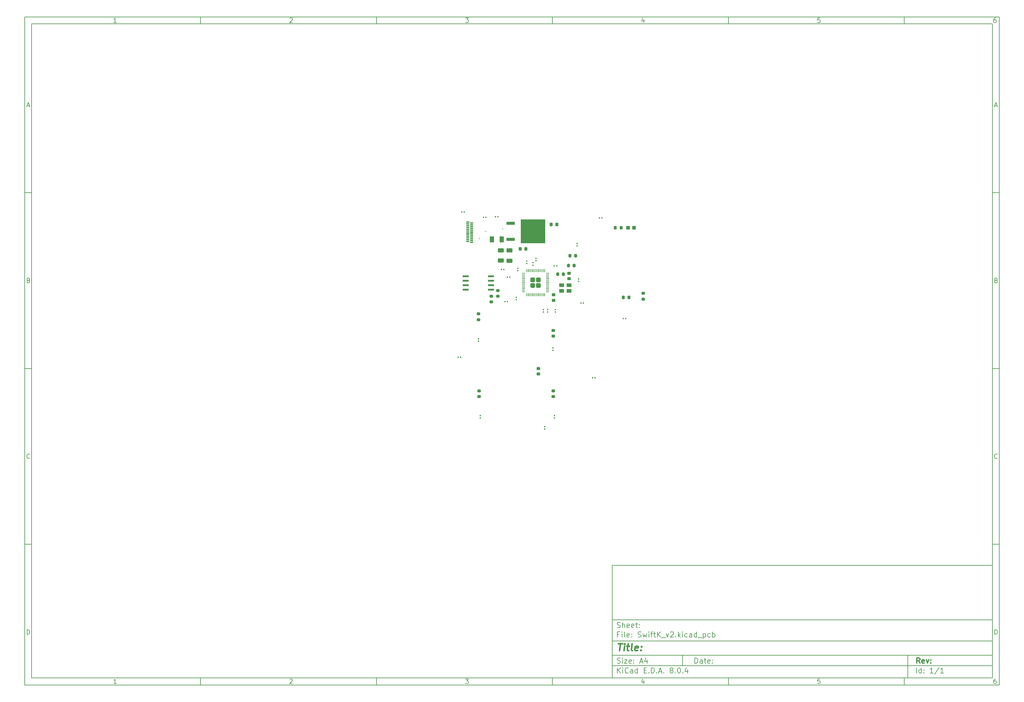
<source format=gbr>
%TF.GenerationSoftware,KiCad,Pcbnew,8.0.4*%
%TF.CreationDate,2024-11-11T17:23:57+08:00*%
%TF.ProjectId,SwiftK_v2,53776966-744b-45f7-9632-2e6b69636164,rev?*%
%TF.SameCoordinates,Original*%
%TF.FileFunction,Paste,Top*%
%TF.FilePolarity,Positive*%
%FSLAX46Y46*%
G04 Gerber Fmt 4.6, Leading zero omitted, Abs format (unit mm)*
G04 Created by KiCad (PCBNEW 8.0.4) date 2024-11-11 17:23:57*
%MOMM*%
%LPD*%
G01*
G04 APERTURE LIST*
G04 Aperture macros list*
%AMRoundRect*
0 Rectangle with rounded corners*
0 $1 Rounding radius*
0 $2 $3 $4 $5 $6 $7 $8 $9 X,Y pos of 4 corners*
0 Add a 4 corners polygon primitive as box body*
4,1,4,$2,$3,$4,$5,$6,$7,$8,$9,$2,$3,0*
0 Add four circle primitives for the rounded corners*
1,1,$1+$1,$2,$3*
1,1,$1+$1,$4,$5*
1,1,$1+$1,$6,$7*
1,1,$1+$1,$8,$9*
0 Add four rect primitives between the rounded corners*
20,1,$1+$1,$2,$3,$4,$5,0*
20,1,$1+$1,$4,$5,$6,$7,0*
20,1,$1+$1,$6,$7,$8,$9,0*
20,1,$1+$1,$8,$9,$2,$3,0*%
G04 Aperture macros list end*
%ADD10C,0.100000*%
%ADD11C,0.150000*%
%ADD12C,0.300000*%
%ADD13C,0.400000*%
%ADD14RoundRect,0.225000X-0.225000X-0.250000X0.225000X-0.250000X0.225000X0.250000X-0.225000X0.250000X0*%
%ADD15RoundRect,0.200000X0.200000X0.275000X-0.200000X0.275000X-0.200000X-0.275000X0.200000X-0.275000X0*%
%ADD16RoundRect,0.079500X-0.079500X-0.100500X0.079500X-0.100500X0.079500X0.100500X-0.079500X0.100500X0*%
%ADD17RoundRect,0.079500X0.079500X0.100500X-0.079500X0.100500X-0.079500X-0.100500X0.079500X-0.100500X0*%
%ADD18R,0.127000X0.228600*%
%ADD19RoundRect,0.249999X0.395001X-0.395001X0.395001X0.395001X-0.395001X0.395001X-0.395001X-0.395001X0*%
%ADD20RoundRect,0.050000X0.050000X-0.387500X0.050000X0.387500X-0.050000X0.387500X-0.050000X-0.387500X0*%
%ADD21RoundRect,0.050000X0.387500X-0.050000X0.387500X0.050000X-0.387500X0.050000X-0.387500X-0.050000X0*%
%ADD22RoundRect,0.200000X0.275000X-0.200000X0.275000X0.200000X-0.275000X0.200000X-0.275000X-0.200000X0*%
%ADD23RoundRect,0.225000X0.225000X0.250000X-0.225000X0.250000X-0.225000X-0.250000X0.225000X-0.250000X0*%
%ADD24RoundRect,0.200000X-0.275000X0.200000X-0.275000X-0.200000X0.275000X-0.200000X0.275000X0.200000X0*%
%ADD25RoundRect,0.079500X-0.100500X0.079500X-0.100500X-0.079500X0.100500X-0.079500X0.100500X0.079500X0*%
%ADD26R,0.228600X0.127000*%
%ADD27RoundRect,0.079500X0.100500X-0.079500X0.100500X0.079500X-0.100500X0.079500X-0.100500X-0.079500X0*%
%ADD28RoundRect,0.072500X0.732500X0.217500X-0.732500X0.217500X-0.732500X-0.217500X0.732500X-0.217500X0*%
%ADD29R,1.400000X1.100000*%
%ADD30RoundRect,0.250000X-0.625000X0.312500X-0.625000X-0.312500X0.625000X-0.312500X0.625000X0.312500X0*%
%ADD31RoundRect,0.200000X-0.200000X-0.275000X0.200000X-0.275000X0.200000X0.275000X-0.200000X0.275000X0*%
%ADD32R,1.100000X1.000000*%
%ADD33R,2.489200X0.939800*%
%ADD34R,6.934200X6.781800*%
%ADD35RoundRect,0.250000X-0.375000X-0.625000X0.375000X-0.625000X0.375000X0.625000X-0.375000X0.625000X0*%
%ADD36RoundRect,0.225000X0.250000X-0.225000X0.250000X0.225000X-0.250000X0.225000X-0.250000X-0.225000X0*%
%ADD37R,0.950000X0.300000*%
%ADD38RoundRect,0.225000X-0.250000X0.225000X-0.250000X-0.225000X0.250000X-0.225000X0.250000X0.225000X0*%
G04 APERTURE END LIST*
D10*
D11*
X177002200Y-166007200D02*
X285002200Y-166007200D01*
X285002200Y-198007200D01*
X177002200Y-198007200D01*
X177002200Y-166007200D01*
D10*
D11*
X10000000Y-10000000D02*
X287002200Y-10000000D01*
X287002200Y-200007200D01*
X10000000Y-200007200D01*
X10000000Y-10000000D01*
D10*
D11*
X12000000Y-12000000D02*
X285002200Y-12000000D01*
X285002200Y-198007200D01*
X12000000Y-198007200D01*
X12000000Y-12000000D01*
D10*
D11*
X60000000Y-12000000D02*
X60000000Y-10000000D01*
D10*
D11*
X110000000Y-12000000D02*
X110000000Y-10000000D01*
D10*
D11*
X160000000Y-12000000D02*
X160000000Y-10000000D01*
D10*
D11*
X210000000Y-12000000D02*
X210000000Y-10000000D01*
D10*
D11*
X260000000Y-12000000D02*
X260000000Y-10000000D01*
D10*
D11*
X36089160Y-11593604D02*
X35346303Y-11593604D01*
X35717731Y-11593604D02*
X35717731Y-10293604D01*
X35717731Y-10293604D02*
X35593922Y-10479319D01*
X35593922Y-10479319D02*
X35470112Y-10603128D01*
X35470112Y-10603128D02*
X35346303Y-10665033D01*
D10*
D11*
X85346303Y-10417414D02*
X85408207Y-10355509D01*
X85408207Y-10355509D02*
X85532017Y-10293604D01*
X85532017Y-10293604D02*
X85841541Y-10293604D01*
X85841541Y-10293604D02*
X85965350Y-10355509D01*
X85965350Y-10355509D02*
X86027255Y-10417414D01*
X86027255Y-10417414D02*
X86089160Y-10541223D01*
X86089160Y-10541223D02*
X86089160Y-10665033D01*
X86089160Y-10665033D02*
X86027255Y-10850747D01*
X86027255Y-10850747D02*
X85284398Y-11593604D01*
X85284398Y-11593604D02*
X86089160Y-11593604D01*
D10*
D11*
X135284398Y-10293604D02*
X136089160Y-10293604D01*
X136089160Y-10293604D02*
X135655826Y-10788842D01*
X135655826Y-10788842D02*
X135841541Y-10788842D01*
X135841541Y-10788842D02*
X135965350Y-10850747D01*
X135965350Y-10850747D02*
X136027255Y-10912652D01*
X136027255Y-10912652D02*
X136089160Y-11036461D01*
X136089160Y-11036461D02*
X136089160Y-11345985D01*
X136089160Y-11345985D02*
X136027255Y-11469795D01*
X136027255Y-11469795D02*
X135965350Y-11531700D01*
X135965350Y-11531700D02*
X135841541Y-11593604D01*
X135841541Y-11593604D02*
X135470112Y-11593604D01*
X135470112Y-11593604D02*
X135346303Y-11531700D01*
X135346303Y-11531700D02*
X135284398Y-11469795D01*
D10*
D11*
X185965350Y-10726938D02*
X185965350Y-11593604D01*
X185655826Y-10231700D02*
X185346303Y-11160271D01*
X185346303Y-11160271D02*
X186151064Y-11160271D01*
D10*
D11*
X236027255Y-10293604D02*
X235408207Y-10293604D01*
X235408207Y-10293604D02*
X235346303Y-10912652D01*
X235346303Y-10912652D02*
X235408207Y-10850747D01*
X235408207Y-10850747D02*
X235532017Y-10788842D01*
X235532017Y-10788842D02*
X235841541Y-10788842D01*
X235841541Y-10788842D02*
X235965350Y-10850747D01*
X235965350Y-10850747D02*
X236027255Y-10912652D01*
X236027255Y-10912652D02*
X236089160Y-11036461D01*
X236089160Y-11036461D02*
X236089160Y-11345985D01*
X236089160Y-11345985D02*
X236027255Y-11469795D01*
X236027255Y-11469795D02*
X235965350Y-11531700D01*
X235965350Y-11531700D02*
X235841541Y-11593604D01*
X235841541Y-11593604D02*
X235532017Y-11593604D01*
X235532017Y-11593604D02*
X235408207Y-11531700D01*
X235408207Y-11531700D02*
X235346303Y-11469795D01*
D10*
D11*
X285965350Y-10293604D02*
X285717731Y-10293604D01*
X285717731Y-10293604D02*
X285593922Y-10355509D01*
X285593922Y-10355509D02*
X285532017Y-10417414D01*
X285532017Y-10417414D02*
X285408207Y-10603128D01*
X285408207Y-10603128D02*
X285346303Y-10850747D01*
X285346303Y-10850747D02*
X285346303Y-11345985D01*
X285346303Y-11345985D02*
X285408207Y-11469795D01*
X285408207Y-11469795D02*
X285470112Y-11531700D01*
X285470112Y-11531700D02*
X285593922Y-11593604D01*
X285593922Y-11593604D02*
X285841541Y-11593604D01*
X285841541Y-11593604D02*
X285965350Y-11531700D01*
X285965350Y-11531700D02*
X286027255Y-11469795D01*
X286027255Y-11469795D02*
X286089160Y-11345985D01*
X286089160Y-11345985D02*
X286089160Y-11036461D01*
X286089160Y-11036461D02*
X286027255Y-10912652D01*
X286027255Y-10912652D02*
X285965350Y-10850747D01*
X285965350Y-10850747D02*
X285841541Y-10788842D01*
X285841541Y-10788842D02*
X285593922Y-10788842D01*
X285593922Y-10788842D02*
X285470112Y-10850747D01*
X285470112Y-10850747D02*
X285408207Y-10912652D01*
X285408207Y-10912652D02*
X285346303Y-11036461D01*
D10*
D11*
X60000000Y-198007200D02*
X60000000Y-200007200D01*
D10*
D11*
X110000000Y-198007200D02*
X110000000Y-200007200D01*
D10*
D11*
X160000000Y-198007200D02*
X160000000Y-200007200D01*
D10*
D11*
X210000000Y-198007200D02*
X210000000Y-200007200D01*
D10*
D11*
X260000000Y-198007200D02*
X260000000Y-200007200D01*
D10*
D11*
X36089160Y-199600804D02*
X35346303Y-199600804D01*
X35717731Y-199600804D02*
X35717731Y-198300804D01*
X35717731Y-198300804D02*
X35593922Y-198486519D01*
X35593922Y-198486519D02*
X35470112Y-198610328D01*
X35470112Y-198610328D02*
X35346303Y-198672233D01*
D10*
D11*
X85346303Y-198424614D02*
X85408207Y-198362709D01*
X85408207Y-198362709D02*
X85532017Y-198300804D01*
X85532017Y-198300804D02*
X85841541Y-198300804D01*
X85841541Y-198300804D02*
X85965350Y-198362709D01*
X85965350Y-198362709D02*
X86027255Y-198424614D01*
X86027255Y-198424614D02*
X86089160Y-198548423D01*
X86089160Y-198548423D02*
X86089160Y-198672233D01*
X86089160Y-198672233D02*
X86027255Y-198857947D01*
X86027255Y-198857947D02*
X85284398Y-199600804D01*
X85284398Y-199600804D02*
X86089160Y-199600804D01*
D10*
D11*
X135284398Y-198300804D02*
X136089160Y-198300804D01*
X136089160Y-198300804D02*
X135655826Y-198796042D01*
X135655826Y-198796042D02*
X135841541Y-198796042D01*
X135841541Y-198796042D02*
X135965350Y-198857947D01*
X135965350Y-198857947D02*
X136027255Y-198919852D01*
X136027255Y-198919852D02*
X136089160Y-199043661D01*
X136089160Y-199043661D02*
X136089160Y-199353185D01*
X136089160Y-199353185D02*
X136027255Y-199476995D01*
X136027255Y-199476995D02*
X135965350Y-199538900D01*
X135965350Y-199538900D02*
X135841541Y-199600804D01*
X135841541Y-199600804D02*
X135470112Y-199600804D01*
X135470112Y-199600804D02*
X135346303Y-199538900D01*
X135346303Y-199538900D02*
X135284398Y-199476995D01*
D10*
D11*
X185965350Y-198734138D02*
X185965350Y-199600804D01*
X185655826Y-198238900D02*
X185346303Y-199167471D01*
X185346303Y-199167471D02*
X186151064Y-199167471D01*
D10*
D11*
X236027255Y-198300804D02*
X235408207Y-198300804D01*
X235408207Y-198300804D02*
X235346303Y-198919852D01*
X235346303Y-198919852D02*
X235408207Y-198857947D01*
X235408207Y-198857947D02*
X235532017Y-198796042D01*
X235532017Y-198796042D02*
X235841541Y-198796042D01*
X235841541Y-198796042D02*
X235965350Y-198857947D01*
X235965350Y-198857947D02*
X236027255Y-198919852D01*
X236027255Y-198919852D02*
X236089160Y-199043661D01*
X236089160Y-199043661D02*
X236089160Y-199353185D01*
X236089160Y-199353185D02*
X236027255Y-199476995D01*
X236027255Y-199476995D02*
X235965350Y-199538900D01*
X235965350Y-199538900D02*
X235841541Y-199600804D01*
X235841541Y-199600804D02*
X235532017Y-199600804D01*
X235532017Y-199600804D02*
X235408207Y-199538900D01*
X235408207Y-199538900D02*
X235346303Y-199476995D01*
D10*
D11*
X285965350Y-198300804D02*
X285717731Y-198300804D01*
X285717731Y-198300804D02*
X285593922Y-198362709D01*
X285593922Y-198362709D02*
X285532017Y-198424614D01*
X285532017Y-198424614D02*
X285408207Y-198610328D01*
X285408207Y-198610328D02*
X285346303Y-198857947D01*
X285346303Y-198857947D02*
X285346303Y-199353185D01*
X285346303Y-199353185D02*
X285408207Y-199476995D01*
X285408207Y-199476995D02*
X285470112Y-199538900D01*
X285470112Y-199538900D02*
X285593922Y-199600804D01*
X285593922Y-199600804D02*
X285841541Y-199600804D01*
X285841541Y-199600804D02*
X285965350Y-199538900D01*
X285965350Y-199538900D02*
X286027255Y-199476995D01*
X286027255Y-199476995D02*
X286089160Y-199353185D01*
X286089160Y-199353185D02*
X286089160Y-199043661D01*
X286089160Y-199043661D02*
X286027255Y-198919852D01*
X286027255Y-198919852D02*
X285965350Y-198857947D01*
X285965350Y-198857947D02*
X285841541Y-198796042D01*
X285841541Y-198796042D02*
X285593922Y-198796042D01*
X285593922Y-198796042D02*
X285470112Y-198857947D01*
X285470112Y-198857947D02*
X285408207Y-198919852D01*
X285408207Y-198919852D02*
X285346303Y-199043661D01*
D10*
D11*
X10000000Y-60000000D02*
X12000000Y-60000000D01*
D10*
D11*
X10000000Y-110000000D02*
X12000000Y-110000000D01*
D10*
D11*
X10000000Y-160000000D02*
X12000000Y-160000000D01*
D10*
D11*
X10690476Y-35222176D02*
X11309523Y-35222176D01*
X10566666Y-35593604D02*
X10999999Y-34293604D01*
X10999999Y-34293604D02*
X11433333Y-35593604D01*
D10*
D11*
X11092857Y-84912652D02*
X11278571Y-84974557D01*
X11278571Y-84974557D02*
X11340476Y-85036461D01*
X11340476Y-85036461D02*
X11402380Y-85160271D01*
X11402380Y-85160271D02*
X11402380Y-85345985D01*
X11402380Y-85345985D02*
X11340476Y-85469795D01*
X11340476Y-85469795D02*
X11278571Y-85531700D01*
X11278571Y-85531700D02*
X11154761Y-85593604D01*
X11154761Y-85593604D02*
X10659523Y-85593604D01*
X10659523Y-85593604D02*
X10659523Y-84293604D01*
X10659523Y-84293604D02*
X11092857Y-84293604D01*
X11092857Y-84293604D02*
X11216666Y-84355509D01*
X11216666Y-84355509D02*
X11278571Y-84417414D01*
X11278571Y-84417414D02*
X11340476Y-84541223D01*
X11340476Y-84541223D02*
X11340476Y-84665033D01*
X11340476Y-84665033D02*
X11278571Y-84788842D01*
X11278571Y-84788842D02*
X11216666Y-84850747D01*
X11216666Y-84850747D02*
X11092857Y-84912652D01*
X11092857Y-84912652D02*
X10659523Y-84912652D01*
D10*
D11*
X11402380Y-135469795D02*
X11340476Y-135531700D01*
X11340476Y-135531700D02*
X11154761Y-135593604D01*
X11154761Y-135593604D02*
X11030952Y-135593604D01*
X11030952Y-135593604D02*
X10845238Y-135531700D01*
X10845238Y-135531700D02*
X10721428Y-135407890D01*
X10721428Y-135407890D02*
X10659523Y-135284080D01*
X10659523Y-135284080D02*
X10597619Y-135036461D01*
X10597619Y-135036461D02*
X10597619Y-134850747D01*
X10597619Y-134850747D02*
X10659523Y-134603128D01*
X10659523Y-134603128D02*
X10721428Y-134479319D01*
X10721428Y-134479319D02*
X10845238Y-134355509D01*
X10845238Y-134355509D02*
X11030952Y-134293604D01*
X11030952Y-134293604D02*
X11154761Y-134293604D01*
X11154761Y-134293604D02*
X11340476Y-134355509D01*
X11340476Y-134355509D02*
X11402380Y-134417414D01*
D10*
D11*
X10659523Y-185593604D02*
X10659523Y-184293604D01*
X10659523Y-184293604D02*
X10969047Y-184293604D01*
X10969047Y-184293604D02*
X11154761Y-184355509D01*
X11154761Y-184355509D02*
X11278571Y-184479319D01*
X11278571Y-184479319D02*
X11340476Y-184603128D01*
X11340476Y-184603128D02*
X11402380Y-184850747D01*
X11402380Y-184850747D02*
X11402380Y-185036461D01*
X11402380Y-185036461D02*
X11340476Y-185284080D01*
X11340476Y-185284080D02*
X11278571Y-185407890D01*
X11278571Y-185407890D02*
X11154761Y-185531700D01*
X11154761Y-185531700D02*
X10969047Y-185593604D01*
X10969047Y-185593604D02*
X10659523Y-185593604D01*
D10*
D11*
X287002200Y-60000000D02*
X285002200Y-60000000D01*
D10*
D11*
X287002200Y-110000000D02*
X285002200Y-110000000D01*
D10*
D11*
X287002200Y-160000000D02*
X285002200Y-160000000D01*
D10*
D11*
X285692676Y-35222176D02*
X286311723Y-35222176D01*
X285568866Y-35593604D02*
X286002199Y-34293604D01*
X286002199Y-34293604D02*
X286435533Y-35593604D01*
D10*
D11*
X286095057Y-84912652D02*
X286280771Y-84974557D01*
X286280771Y-84974557D02*
X286342676Y-85036461D01*
X286342676Y-85036461D02*
X286404580Y-85160271D01*
X286404580Y-85160271D02*
X286404580Y-85345985D01*
X286404580Y-85345985D02*
X286342676Y-85469795D01*
X286342676Y-85469795D02*
X286280771Y-85531700D01*
X286280771Y-85531700D02*
X286156961Y-85593604D01*
X286156961Y-85593604D02*
X285661723Y-85593604D01*
X285661723Y-85593604D02*
X285661723Y-84293604D01*
X285661723Y-84293604D02*
X286095057Y-84293604D01*
X286095057Y-84293604D02*
X286218866Y-84355509D01*
X286218866Y-84355509D02*
X286280771Y-84417414D01*
X286280771Y-84417414D02*
X286342676Y-84541223D01*
X286342676Y-84541223D02*
X286342676Y-84665033D01*
X286342676Y-84665033D02*
X286280771Y-84788842D01*
X286280771Y-84788842D02*
X286218866Y-84850747D01*
X286218866Y-84850747D02*
X286095057Y-84912652D01*
X286095057Y-84912652D02*
X285661723Y-84912652D01*
D10*
D11*
X286404580Y-135469795D02*
X286342676Y-135531700D01*
X286342676Y-135531700D02*
X286156961Y-135593604D01*
X286156961Y-135593604D02*
X286033152Y-135593604D01*
X286033152Y-135593604D02*
X285847438Y-135531700D01*
X285847438Y-135531700D02*
X285723628Y-135407890D01*
X285723628Y-135407890D02*
X285661723Y-135284080D01*
X285661723Y-135284080D02*
X285599819Y-135036461D01*
X285599819Y-135036461D02*
X285599819Y-134850747D01*
X285599819Y-134850747D02*
X285661723Y-134603128D01*
X285661723Y-134603128D02*
X285723628Y-134479319D01*
X285723628Y-134479319D02*
X285847438Y-134355509D01*
X285847438Y-134355509D02*
X286033152Y-134293604D01*
X286033152Y-134293604D02*
X286156961Y-134293604D01*
X286156961Y-134293604D02*
X286342676Y-134355509D01*
X286342676Y-134355509D02*
X286404580Y-134417414D01*
D10*
D11*
X285661723Y-185593604D02*
X285661723Y-184293604D01*
X285661723Y-184293604D02*
X285971247Y-184293604D01*
X285971247Y-184293604D02*
X286156961Y-184355509D01*
X286156961Y-184355509D02*
X286280771Y-184479319D01*
X286280771Y-184479319D02*
X286342676Y-184603128D01*
X286342676Y-184603128D02*
X286404580Y-184850747D01*
X286404580Y-184850747D02*
X286404580Y-185036461D01*
X286404580Y-185036461D02*
X286342676Y-185284080D01*
X286342676Y-185284080D02*
X286280771Y-185407890D01*
X286280771Y-185407890D02*
X286156961Y-185531700D01*
X286156961Y-185531700D02*
X285971247Y-185593604D01*
X285971247Y-185593604D02*
X285661723Y-185593604D01*
D10*
D11*
X200458026Y-193793328D02*
X200458026Y-192293328D01*
X200458026Y-192293328D02*
X200815169Y-192293328D01*
X200815169Y-192293328D02*
X201029455Y-192364757D01*
X201029455Y-192364757D02*
X201172312Y-192507614D01*
X201172312Y-192507614D02*
X201243741Y-192650471D01*
X201243741Y-192650471D02*
X201315169Y-192936185D01*
X201315169Y-192936185D02*
X201315169Y-193150471D01*
X201315169Y-193150471D02*
X201243741Y-193436185D01*
X201243741Y-193436185D02*
X201172312Y-193579042D01*
X201172312Y-193579042D02*
X201029455Y-193721900D01*
X201029455Y-193721900D02*
X200815169Y-193793328D01*
X200815169Y-193793328D02*
X200458026Y-193793328D01*
X202600884Y-193793328D02*
X202600884Y-193007614D01*
X202600884Y-193007614D02*
X202529455Y-192864757D01*
X202529455Y-192864757D02*
X202386598Y-192793328D01*
X202386598Y-192793328D02*
X202100884Y-192793328D01*
X202100884Y-192793328D02*
X201958026Y-192864757D01*
X202600884Y-193721900D02*
X202458026Y-193793328D01*
X202458026Y-193793328D02*
X202100884Y-193793328D01*
X202100884Y-193793328D02*
X201958026Y-193721900D01*
X201958026Y-193721900D02*
X201886598Y-193579042D01*
X201886598Y-193579042D02*
X201886598Y-193436185D01*
X201886598Y-193436185D02*
X201958026Y-193293328D01*
X201958026Y-193293328D02*
X202100884Y-193221900D01*
X202100884Y-193221900D02*
X202458026Y-193221900D01*
X202458026Y-193221900D02*
X202600884Y-193150471D01*
X203100884Y-192793328D02*
X203672312Y-192793328D01*
X203315169Y-192293328D02*
X203315169Y-193579042D01*
X203315169Y-193579042D02*
X203386598Y-193721900D01*
X203386598Y-193721900D02*
X203529455Y-193793328D01*
X203529455Y-193793328D02*
X203672312Y-193793328D01*
X204743741Y-193721900D02*
X204600884Y-193793328D01*
X204600884Y-193793328D02*
X204315170Y-193793328D01*
X204315170Y-193793328D02*
X204172312Y-193721900D01*
X204172312Y-193721900D02*
X204100884Y-193579042D01*
X204100884Y-193579042D02*
X204100884Y-193007614D01*
X204100884Y-193007614D02*
X204172312Y-192864757D01*
X204172312Y-192864757D02*
X204315170Y-192793328D01*
X204315170Y-192793328D02*
X204600884Y-192793328D01*
X204600884Y-192793328D02*
X204743741Y-192864757D01*
X204743741Y-192864757D02*
X204815170Y-193007614D01*
X204815170Y-193007614D02*
X204815170Y-193150471D01*
X204815170Y-193150471D02*
X204100884Y-193293328D01*
X205458026Y-193650471D02*
X205529455Y-193721900D01*
X205529455Y-193721900D02*
X205458026Y-193793328D01*
X205458026Y-193793328D02*
X205386598Y-193721900D01*
X205386598Y-193721900D02*
X205458026Y-193650471D01*
X205458026Y-193650471D02*
X205458026Y-193793328D01*
X205458026Y-192864757D02*
X205529455Y-192936185D01*
X205529455Y-192936185D02*
X205458026Y-193007614D01*
X205458026Y-193007614D02*
X205386598Y-192936185D01*
X205386598Y-192936185D02*
X205458026Y-192864757D01*
X205458026Y-192864757D02*
X205458026Y-193007614D01*
D10*
D11*
X177002200Y-194507200D02*
X285002200Y-194507200D01*
D10*
D11*
X178458026Y-196593328D02*
X178458026Y-195093328D01*
X179315169Y-196593328D02*
X178672312Y-195736185D01*
X179315169Y-195093328D02*
X178458026Y-195950471D01*
X179958026Y-196593328D02*
X179958026Y-195593328D01*
X179958026Y-195093328D02*
X179886598Y-195164757D01*
X179886598Y-195164757D02*
X179958026Y-195236185D01*
X179958026Y-195236185D02*
X180029455Y-195164757D01*
X180029455Y-195164757D02*
X179958026Y-195093328D01*
X179958026Y-195093328D02*
X179958026Y-195236185D01*
X181529455Y-196450471D02*
X181458027Y-196521900D01*
X181458027Y-196521900D02*
X181243741Y-196593328D01*
X181243741Y-196593328D02*
X181100884Y-196593328D01*
X181100884Y-196593328D02*
X180886598Y-196521900D01*
X180886598Y-196521900D02*
X180743741Y-196379042D01*
X180743741Y-196379042D02*
X180672312Y-196236185D01*
X180672312Y-196236185D02*
X180600884Y-195950471D01*
X180600884Y-195950471D02*
X180600884Y-195736185D01*
X180600884Y-195736185D02*
X180672312Y-195450471D01*
X180672312Y-195450471D02*
X180743741Y-195307614D01*
X180743741Y-195307614D02*
X180886598Y-195164757D01*
X180886598Y-195164757D02*
X181100884Y-195093328D01*
X181100884Y-195093328D02*
X181243741Y-195093328D01*
X181243741Y-195093328D02*
X181458027Y-195164757D01*
X181458027Y-195164757D02*
X181529455Y-195236185D01*
X182815170Y-196593328D02*
X182815170Y-195807614D01*
X182815170Y-195807614D02*
X182743741Y-195664757D01*
X182743741Y-195664757D02*
X182600884Y-195593328D01*
X182600884Y-195593328D02*
X182315170Y-195593328D01*
X182315170Y-195593328D02*
X182172312Y-195664757D01*
X182815170Y-196521900D02*
X182672312Y-196593328D01*
X182672312Y-196593328D02*
X182315170Y-196593328D01*
X182315170Y-196593328D02*
X182172312Y-196521900D01*
X182172312Y-196521900D02*
X182100884Y-196379042D01*
X182100884Y-196379042D02*
X182100884Y-196236185D01*
X182100884Y-196236185D02*
X182172312Y-196093328D01*
X182172312Y-196093328D02*
X182315170Y-196021900D01*
X182315170Y-196021900D02*
X182672312Y-196021900D01*
X182672312Y-196021900D02*
X182815170Y-195950471D01*
X184172313Y-196593328D02*
X184172313Y-195093328D01*
X184172313Y-196521900D02*
X184029455Y-196593328D01*
X184029455Y-196593328D02*
X183743741Y-196593328D01*
X183743741Y-196593328D02*
X183600884Y-196521900D01*
X183600884Y-196521900D02*
X183529455Y-196450471D01*
X183529455Y-196450471D02*
X183458027Y-196307614D01*
X183458027Y-196307614D02*
X183458027Y-195879042D01*
X183458027Y-195879042D02*
X183529455Y-195736185D01*
X183529455Y-195736185D02*
X183600884Y-195664757D01*
X183600884Y-195664757D02*
X183743741Y-195593328D01*
X183743741Y-195593328D02*
X184029455Y-195593328D01*
X184029455Y-195593328D02*
X184172313Y-195664757D01*
X186029455Y-195807614D02*
X186529455Y-195807614D01*
X186743741Y-196593328D02*
X186029455Y-196593328D01*
X186029455Y-196593328D02*
X186029455Y-195093328D01*
X186029455Y-195093328D02*
X186743741Y-195093328D01*
X187386598Y-196450471D02*
X187458027Y-196521900D01*
X187458027Y-196521900D02*
X187386598Y-196593328D01*
X187386598Y-196593328D02*
X187315170Y-196521900D01*
X187315170Y-196521900D02*
X187386598Y-196450471D01*
X187386598Y-196450471D02*
X187386598Y-196593328D01*
X188100884Y-196593328D02*
X188100884Y-195093328D01*
X188100884Y-195093328D02*
X188458027Y-195093328D01*
X188458027Y-195093328D02*
X188672313Y-195164757D01*
X188672313Y-195164757D02*
X188815170Y-195307614D01*
X188815170Y-195307614D02*
X188886599Y-195450471D01*
X188886599Y-195450471D02*
X188958027Y-195736185D01*
X188958027Y-195736185D02*
X188958027Y-195950471D01*
X188958027Y-195950471D02*
X188886599Y-196236185D01*
X188886599Y-196236185D02*
X188815170Y-196379042D01*
X188815170Y-196379042D02*
X188672313Y-196521900D01*
X188672313Y-196521900D02*
X188458027Y-196593328D01*
X188458027Y-196593328D02*
X188100884Y-196593328D01*
X189600884Y-196450471D02*
X189672313Y-196521900D01*
X189672313Y-196521900D02*
X189600884Y-196593328D01*
X189600884Y-196593328D02*
X189529456Y-196521900D01*
X189529456Y-196521900D02*
X189600884Y-196450471D01*
X189600884Y-196450471D02*
X189600884Y-196593328D01*
X190243742Y-196164757D02*
X190958028Y-196164757D01*
X190100885Y-196593328D02*
X190600885Y-195093328D01*
X190600885Y-195093328D02*
X191100885Y-196593328D01*
X191600884Y-196450471D02*
X191672313Y-196521900D01*
X191672313Y-196521900D02*
X191600884Y-196593328D01*
X191600884Y-196593328D02*
X191529456Y-196521900D01*
X191529456Y-196521900D02*
X191600884Y-196450471D01*
X191600884Y-196450471D02*
X191600884Y-196593328D01*
X193672313Y-195736185D02*
X193529456Y-195664757D01*
X193529456Y-195664757D02*
X193458027Y-195593328D01*
X193458027Y-195593328D02*
X193386599Y-195450471D01*
X193386599Y-195450471D02*
X193386599Y-195379042D01*
X193386599Y-195379042D02*
X193458027Y-195236185D01*
X193458027Y-195236185D02*
X193529456Y-195164757D01*
X193529456Y-195164757D02*
X193672313Y-195093328D01*
X193672313Y-195093328D02*
X193958027Y-195093328D01*
X193958027Y-195093328D02*
X194100885Y-195164757D01*
X194100885Y-195164757D02*
X194172313Y-195236185D01*
X194172313Y-195236185D02*
X194243742Y-195379042D01*
X194243742Y-195379042D02*
X194243742Y-195450471D01*
X194243742Y-195450471D02*
X194172313Y-195593328D01*
X194172313Y-195593328D02*
X194100885Y-195664757D01*
X194100885Y-195664757D02*
X193958027Y-195736185D01*
X193958027Y-195736185D02*
X193672313Y-195736185D01*
X193672313Y-195736185D02*
X193529456Y-195807614D01*
X193529456Y-195807614D02*
X193458027Y-195879042D01*
X193458027Y-195879042D02*
X193386599Y-196021900D01*
X193386599Y-196021900D02*
X193386599Y-196307614D01*
X193386599Y-196307614D02*
X193458027Y-196450471D01*
X193458027Y-196450471D02*
X193529456Y-196521900D01*
X193529456Y-196521900D02*
X193672313Y-196593328D01*
X193672313Y-196593328D02*
X193958027Y-196593328D01*
X193958027Y-196593328D02*
X194100885Y-196521900D01*
X194100885Y-196521900D02*
X194172313Y-196450471D01*
X194172313Y-196450471D02*
X194243742Y-196307614D01*
X194243742Y-196307614D02*
X194243742Y-196021900D01*
X194243742Y-196021900D02*
X194172313Y-195879042D01*
X194172313Y-195879042D02*
X194100885Y-195807614D01*
X194100885Y-195807614D02*
X193958027Y-195736185D01*
X194886598Y-196450471D02*
X194958027Y-196521900D01*
X194958027Y-196521900D02*
X194886598Y-196593328D01*
X194886598Y-196593328D02*
X194815170Y-196521900D01*
X194815170Y-196521900D02*
X194886598Y-196450471D01*
X194886598Y-196450471D02*
X194886598Y-196593328D01*
X195886599Y-195093328D02*
X196029456Y-195093328D01*
X196029456Y-195093328D02*
X196172313Y-195164757D01*
X196172313Y-195164757D02*
X196243742Y-195236185D01*
X196243742Y-195236185D02*
X196315170Y-195379042D01*
X196315170Y-195379042D02*
X196386599Y-195664757D01*
X196386599Y-195664757D02*
X196386599Y-196021900D01*
X196386599Y-196021900D02*
X196315170Y-196307614D01*
X196315170Y-196307614D02*
X196243742Y-196450471D01*
X196243742Y-196450471D02*
X196172313Y-196521900D01*
X196172313Y-196521900D02*
X196029456Y-196593328D01*
X196029456Y-196593328D02*
X195886599Y-196593328D01*
X195886599Y-196593328D02*
X195743742Y-196521900D01*
X195743742Y-196521900D02*
X195672313Y-196450471D01*
X195672313Y-196450471D02*
X195600884Y-196307614D01*
X195600884Y-196307614D02*
X195529456Y-196021900D01*
X195529456Y-196021900D02*
X195529456Y-195664757D01*
X195529456Y-195664757D02*
X195600884Y-195379042D01*
X195600884Y-195379042D02*
X195672313Y-195236185D01*
X195672313Y-195236185D02*
X195743742Y-195164757D01*
X195743742Y-195164757D02*
X195886599Y-195093328D01*
X197029455Y-196450471D02*
X197100884Y-196521900D01*
X197100884Y-196521900D02*
X197029455Y-196593328D01*
X197029455Y-196593328D02*
X196958027Y-196521900D01*
X196958027Y-196521900D02*
X197029455Y-196450471D01*
X197029455Y-196450471D02*
X197029455Y-196593328D01*
X198386599Y-195593328D02*
X198386599Y-196593328D01*
X198029456Y-195021900D02*
X197672313Y-196093328D01*
X197672313Y-196093328D02*
X198600884Y-196093328D01*
D10*
D11*
X177002200Y-191507200D02*
X285002200Y-191507200D01*
D10*
D12*
X264413853Y-193785528D02*
X263913853Y-193071242D01*
X263556710Y-193785528D02*
X263556710Y-192285528D01*
X263556710Y-192285528D02*
X264128139Y-192285528D01*
X264128139Y-192285528D02*
X264270996Y-192356957D01*
X264270996Y-192356957D02*
X264342425Y-192428385D01*
X264342425Y-192428385D02*
X264413853Y-192571242D01*
X264413853Y-192571242D02*
X264413853Y-192785528D01*
X264413853Y-192785528D02*
X264342425Y-192928385D01*
X264342425Y-192928385D02*
X264270996Y-192999814D01*
X264270996Y-192999814D02*
X264128139Y-193071242D01*
X264128139Y-193071242D02*
X263556710Y-193071242D01*
X265628139Y-193714100D02*
X265485282Y-193785528D01*
X265485282Y-193785528D02*
X265199568Y-193785528D01*
X265199568Y-193785528D02*
X265056710Y-193714100D01*
X265056710Y-193714100D02*
X264985282Y-193571242D01*
X264985282Y-193571242D02*
X264985282Y-192999814D01*
X264985282Y-192999814D02*
X265056710Y-192856957D01*
X265056710Y-192856957D02*
X265199568Y-192785528D01*
X265199568Y-192785528D02*
X265485282Y-192785528D01*
X265485282Y-192785528D02*
X265628139Y-192856957D01*
X265628139Y-192856957D02*
X265699568Y-192999814D01*
X265699568Y-192999814D02*
X265699568Y-193142671D01*
X265699568Y-193142671D02*
X264985282Y-193285528D01*
X266199567Y-192785528D02*
X266556710Y-193785528D01*
X266556710Y-193785528D02*
X266913853Y-192785528D01*
X267485281Y-193642671D02*
X267556710Y-193714100D01*
X267556710Y-193714100D02*
X267485281Y-193785528D01*
X267485281Y-193785528D02*
X267413853Y-193714100D01*
X267413853Y-193714100D02*
X267485281Y-193642671D01*
X267485281Y-193642671D02*
X267485281Y-193785528D01*
X267485281Y-192856957D02*
X267556710Y-192928385D01*
X267556710Y-192928385D02*
X267485281Y-192999814D01*
X267485281Y-192999814D02*
X267413853Y-192928385D01*
X267413853Y-192928385D02*
X267485281Y-192856957D01*
X267485281Y-192856957D02*
X267485281Y-192999814D01*
D10*
D11*
X178386598Y-193721900D02*
X178600884Y-193793328D01*
X178600884Y-193793328D02*
X178958026Y-193793328D01*
X178958026Y-193793328D02*
X179100884Y-193721900D01*
X179100884Y-193721900D02*
X179172312Y-193650471D01*
X179172312Y-193650471D02*
X179243741Y-193507614D01*
X179243741Y-193507614D02*
X179243741Y-193364757D01*
X179243741Y-193364757D02*
X179172312Y-193221900D01*
X179172312Y-193221900D02*
X179100884Y-193150471D01*
X179100884Y-193150471D02*
X178958026Y-193079042D01*
X178958026Y-193079042D02*
X178672312Y-193007614D01*
X178672312Y-193007614D02*
X178529455Y-192936185D01*
X178529455Y-192936185D02*
X178458026Y-192864757D01*
X178458026Y-192864757D02*
X178386598Y-192721900D01*
X178386598Y-192721900D02*
X178386598Y-192579042D01*
X178386598Y-192579042D02*
X178458026Y-192436185D01*
X178458026Y-192436185D02*
X178529455Y-192364757D01*
X178529455Y-192364757D02*
X178672312Y-192293328D01*
X178672312Y-192293328D02*
X179029455Y-192293328D01*
X179029455Y-192293328D02*
X179243741Y-192364757D01*
X179886597Y-193793328D02*
X179886597Y-192793328D01*
X179886597Y-192293328D02*
X179815169Y-192364757D01*
X179815169Y-192364757D02*
X179886597Y-192436185D01*
X179886597Y-192436185D02*
X179958026Y-192364757D01*
X179958026Y-192364757D02*
X179886597Y-192293328D01*
X179886597Y-192293328D02*
X179886597Y-192436185D01*
X180458026Y-192793328D02*
X181243741Y-192793328D01*
X181243741Y-192793328D02*
X180458026Y-193793328D01*
X180458026Y-193793328D02*
X181243741Y-193793328D01*
X182386598Y-193721900D02*
X182243741Y-193793328D01*
X182243741Y-193793328D02*
X181958027Y-193793328D01*
X181958027Y-193793328D02*
X181815169Y-193721900D01*
X181815169Y-193721900D02*
X181743741Y-193579042D01*
X181743741Y-193579042D02*
X181743741Y-193007614D01*
X181743741Y-193007614D02*
X181815169Y-192864757D01*
X181815169Y-192864757D02*
X181958027Y-192793328D01*
X181958027Y-192793328D02*
X182243741Y-192793328D01*
X182243741Y-192793328D02*
X182386598Y-192864757D01*
X182386598Y-192864757D02*
X182458027Y-193007614D01*
X182458027Y-193007614D02*
X182458027Y-193150471D01*
X182458027Y-193150471D02*
X181743741Y-193293328D01*
X183100883Y-193650471D02*
X183172312Y-193721900D01*
X183172312Y-193721900D02*
X183100883Y-193793328D01*
X183100883Y-193793328D02*
X183029455Y-193721900D01*
X183029455Y-193721900D02*
X183100883Y-193650471D01*
X183100883Y-193650471D02*
X183100883Y-193793328D01*
X183100883Y-192864757D02*
X183172312Y-192936185D01*
X183172312Y-192936185D02*
X183100883Y-193007614D01*
X183100883Y-193007614D02*
X183029455Y-192936185D01*
X183029455Y-192936185D02*
X183100883Y-192864757D01*
X183100883Y-192864757D02*
X183100883Y-193007614D01*
X184886598Y-193364757D02*
X185600884Y-193364757D01*
X184743741Y-193793328D02*
X185243741Y-192293328D01*
X185243741Y-192293328D02*
X185743741Y-193793328D01*
X186886598Y-192793328D02*
X186886598Y-193793328D01*
X186529455Y-192221900D02*
X186172312Y-193293328D01*
X186172312Y-193293328D02*
X187100883Y-193293328D01*
D10*
D11*
X263458026Y-196593328D02*
X263458026Y-195093328D01*
X264815170Y-196593328D02*
X264815170Y-195093328D01*
X264815170Y-196521900D02*
X264672312Y-196593328D01*
X264672312Y-196593328D02*
X264386598Y-196593328D01*
X264386598Y-196593328D02*
X264243741Y-196521900D01*
X264243741Y-196521900D02*
X264172312Y-196450471D01*
X264172312Y-196450471D02*
X264100884Y-196307614D01*
X264100884Y-196307614D02*
X264100884Y-195879042D01*
X264100884Y-195879042D02*
X264172312Y-195736185D01*
X264172312Y-195736185D02*
X264243741Y-195664757D01*
X264243741Y-195664757D02*
X264386598Y-195593328D01*
X264386598Y-195593328D02*
X264672312Y-195593328D01*
X264672312Y-195593328D02*
X264815170Y-195664757D01*
X265529455Y-196450471D02*
X265600884Y-196521900D01*
X265600884Y-196521900D02*
X265529455Y-196593328D01*
X265529455Y-196593328D02*
X265458027Y-196521900D01*
X265458027Y-196521900D02*
X265529455Y-196450471D01*
X265529455Y-196450471D02*
X265529455Y-196593328D01*
X265529455Y-195664757D02*
X265600884Y-195736185D01*
X265600884Y-195736185D02*
X265529455Y-195807614D01*
X265529455Y-195807614D02*
X265458027Y-195736185D01*
X265458027Y-195736185D02*
X265529455Y-195664757D01*
X265529455Y-195664757D02*
X265529455Y-195807614D01*
X268172313Y-196593328D02*
X267315170Y-196593328D01*
X267743741Y-196593328D02*
X267743741Y-195093328D01*
X267743741Y-195093328D02*
X267600884Y-195307614D01*
X267600884Y-195307614D02*
X267458027Y-195450471D01*
X267458027Y-195450471D02*
X267315170Y-195521900D01*
X269886598Y-195021900D02*
X268600884Y-196950471D01*
X271172313Y-196593328D02*
X270315170Y-196593328D01*
X270743741Y-196593328D02*
X270743741Y-195093328D01*
X270743741Y-195093328D02*
X270600884Y-195307614D01*
X270600884Y-195307614D02*
X270458027Y-195450471D01*
X270458027Y-195450471D02*
X270315170Y-195521900D01*
D10*
D11*
X177002200Y-187507200D02*
X285002200Y-187507200D01*
D10*
D13*
X178693928Y-188211638D02*
X179836785Y-188211638D01*
X179015357Y-190211638D02*
X179265357Y-188211638D01*
X180253452Y-190211638D02*
X180420119Y-188878304D01*
X180503452Y-188211638D02*
X180396309Y-188306876D01*
X180396309Y-188306876D02*
X180479643Y-188402114D01*
X180479643Y-188402114D02*
X180586786Y-188306876D01*
X180586786Y-188306876D02*
X180503452Y-188211638D01*
X180503452Y-188211638D02*
X180479643Y-188402114D01*
X181086786Y-188878304D02*
X181848690Y-188878304D01*
X181455833Y-188211638D02*
X181241548Y-189925923D01*
X181241548Y-189925923D02*
X181312976Y-190116400D01*
X181312976Y-190116400D02*
X181491548Y-190211638D01*
X181491548Y-190211638D02*
X181682024Y-190211638D01*
X182634405Y-190211638D02*
X182455833Y-190116400D01*
X182455833Y-190116400D02*
X182384405Y-189925923D01*
X182384405Y-189925923D02*
X182598690Y-188211638D01*
X184170119Y-190116400D02*
X183967738Y-190211638D01*
X183967738Y-190211638D02*
X183586785Y-190211638D01*
X183586785Y-190211638D02*
X183408214Y-190116400D01*
X183408214Y-190116400D02*
X183336785Y-189925923D01*
X183336785Y-189925923D02*
X183432024Y-189164019D01*
X183432024Y-189164019D02*
X183551071Y-188973542D01*
X183551071Y-188973542D02*
X183753452Y-188878304D01*
X183753452Y-188878304D02*
X184134404Y-188878304D01*
X184134404Y-188878304D02*
X184312976Y-188973542D01*
X184312976Y-188973542D02*
X184384404Y-189164019D01*
X184384404Y-189164019D02*
X184360595Y-189354495D01*
X184360595Y-189354495D02*
X183384404Y-189544971D01*
X185134405Y-190021161D02*
X185217738Y-190116400D01*
X185217738Y-190116400D02*
X185110595Y-190211638D01*
X185110595Y-190211638D02*
X185027262Y-190116400D01*
X185027262Y-190116400D02*
X185134405Y-190021161D01*
X185134405Y-190021161D02*
X185110595Y-190211638D01*
X185265357Y-188973542D02*
X185348690Y-189068780D01*
X185348690Y-189068780D02*
X185241548Y-189164019D01*
X185241548Y-189164019D02*
X185158214Y-189068780D01*
X185158214Y-189068780D02*
X185265357Y-188973542D01*
X185265357Y-188973542D02*
X185241548Y-189164019D01*
D10*
D11*
X178958026Y-185607614D02*
X178458026Y-185607614D01*
X178458026Y-186393328D02*
X178458026Y-184893328D01*
X178458026Y-184893328D02*
X179172312Y-184893328D01*
X179743740Y-186393328D02*
X179743740Y-185393328D01*
X179743740Y-184893328D02*
X179672312Y-184964757D01*
X179672312Y-184964757D02*
X179743740Y-185036185D01*
X179743740Y-185036185D02*
X179815169Y-184964757D01*
X179815169Y-184964757D02*
X179743740Y-184893328D01*
X179743740Y-184893328D02*
X179743740Y-185036185D01*
X180672312Y-186393328D02*
X180529455Y-186321900D01*
X180529455Y-186321900D02*
X180458026Y-186179042D01*
X180458026Y-186179042D02*
X180458026Y-184893328D01*
X181815169Y-186321900D02*
X181672312Y-186393328D01*
X181672312Y-186393328D02*
X181386598Y-186393328D01*
X181386598Y-186393328D02*
X181243740Y-186321900D01*
X181243740Y-186321900D02*
X181172312Y-186179042D01*
X181172312Y-186179042D02*
X181172312Y-185607614D01*
X181172312Y-185607614D02*
X181243740Y-185464757D01*
X181243740Y-185464757D02*
X181386598Y-185393328D01*
X181386598Y-185393328D02*
X181672312Y-185393328D01*
X181672312Y-185393328D02*
X181815169Y-185464757D01*
X181815169Y-185464757D02*
X181886598Y-185607614D01*
X181886598Y-185607614D02*
X181886598Y-185750471D01*
X181886598Y-185750471D02*
X181172312Y-185893328D01*
X182529454Y-186250471D02*
X182600883Y-186321900D01*
X182600883Y-186321900D02*
X182529454Y-186393328D01*
X182529454Y-186393328D02*
X182458026Y-186321900D01*
X182458026Y-186321900D02*
X182529454Y-186250471D01*
X182529454Y-186250471D02*
X182529454Y-186393328D01*
X182529454Y-185464757D02*
X182600883Y-185536185D01*
X182600883Y-185536185D02*
X182529454Y-185607614D01*
X182529454Y-185607614D02*
X182458026Y-185536185D01*
X182458026Y-185536185D02*
X182529454Y-185464757D01*
X182529454Y-185464757D02*
X182529454Y-185607614D01*
X184315169Y-186321900D02*
X184529455Y-186393328D01*
X184529455Y-186393328D02*
X184886597Y-186393328D01*
X184886597Y-186393328D02*
X185029455Y-186321900D01*
X185029455Y-186321900D02*
X185100883Y-186250471D01*
X185100883Y-186250471D02*
X185172312Y-186107614D01*
X185172312Y-186107614D02*
X185172312Y-185964757D01*
X185172312Y-185964757D02*
X185100883Y-185821900D01*
X185100883Y-185821900D02*
X185029455Y-185750471D01*
X185029455Y-185750471D02*
X184886597Y-185679042D01*
X184886597Y-185679042D02*
X184600883Y-185607614D01*
X184600883Y-185607614D02*
X184458026Y-185536185D01*
X184458026Y-185536185D02*
X184386597Y-185464757D01*
X184386597Y-185464757D02*
X184315169Y-185321900D01*
X184315169Y-185321900D02*
X184315169Y-185179042D01*
X184315169Y-185179042D02*
X184386597Y-185036185D01*
X184386597Y-185036185D02*
X184458026Y-184964757D01*
X184458026Y-184964757D02*
X184600883Y-184893328D01*
X184600883Y-184893328D02*
X184958026Y-184893328D01*
X184958026Y-184893328D02*
X185172312Y-184964757D01*
X185672311Y-185393328D02*
X185958026Y-186393328D01*
X185958026Y-186393328D02*
X186243740Y-185679042D01*
X186243740Y-185679042D02*
X186529454Y-186393328D01*
X186529454Y-186393328D02*
X186815168Y-185393328D01*
X187386597Y-186393328D02*
X187386597Y-185393328D01*
X187386597Y-184893328D02*
X187315169Y-184964757D01*
X187315169Y-184964757D02*
X187386597Y-185036185D01*
X187386597Y-185036185D02*
X187458026Y-184964757D01*
X187458026Y-184964757D02*
X187386597Y-184893328D01*
X187386597Y-184893328D02*
X187386597Y-185036185D01*
X187886598Y-185393328D02*
X188458026Y-185393328D01*
X188100883Y-186393328D02*
X188100883Y-185107614D01*
X188100883Y-185107614D02*
X188172312Y-184964757D01*
X188172312Y-184964757D02*
X188315169Y-184893328D01*
X188315169Y-184893328D02*
X188458026Y-184893328D01*
X188743741Y-185393328D02*
X189315169Y-185393328D01*
X188958026Y-184893328D02*
X188958026Y-186179042D01*
X188958026Y-186179042D02*
X189029455Y-186321900D01*
X189029455Y-186321900D02*
X189172312Y-186393328D01*
X189172312Y-186393328D02*
X189315169Y-186393328D01*
X189815169Y-186393328D02*
X189815169Y-184893328D01*
X190672312Y-186393328D02*
X190029455Y-185536185D01*
X190672312Y-184893328D02*
X189815169Y-185750471D01*
X190958027Y-186536185D02*
X192100884Y-186536185D01*
X192315169Y-185393328D02*
X192672312Y-186393328D01*
X192672312Y-186393328D02*
X193029455Y-185393328D01*
X193529455Y-185036185D02*
X193600883Y-184964757D01*
X193600883Y-184964757D02*
X193743741Y-184893328D01*
X193743741Y-184893328D02*
X194100883Y-184893328D01*
X194100883Y-184893328D02*
X194243741Y-184964757D01*
X194243741Y-184964757D02*
X194315169Y-185036185D01*
X194315169Y-185036185D02*
X194386598Y-185179042D01*
X194386598Y-185179042D02*
X194386598Y-185321900D01*
X194386598Y-185321900D02*
X194315169Y-185536185D01*
X194315169Y-185536185D02*
X193458026Y-186393328D01*
X193458026Y-186393328D02*
X194386598Y-186393328D01*
X195029454Y-186250471D02*
X195100883Y-186321900D01*
X195100883Y-186321900D02*
X195029454Y-186393328D01*
X195029454Y-186393328D02*
X194958026Y-186321900D01*
X194958026Y-186321900D02*
X195029454Y-186250471D01*
X195029454Y-186250471D02*
X195029454Y-186393328D01*
X195743740Y-186393328D02*
X195743740Y-184893328D01*
X195886598Y-185821900D02*
X196315169Y-186393328D01*
X196315169Y-185393328D02*
X195743740Y-185964757D01*
X196958026Y-186393328D02*
X196958026Y-185393328D01*
X196958026Y-184893328D02*
X196886598Y-184964757D01*
X196886598Y-184964757D02*
X196958026Y-185036185D01*
X196958026Y-185036185D02*
X197029455Y-184964757D01*
X197029455Y-184964757D02*
X196958026Y-184893328D01*
X196958026Y-184893328D02*
X196958026Y-185036185D01*
X198315170Y-186321900D02*
X198172312Y-186393328D01*
X198172312Y-186393328D02*
X197886598Y-186393328D01*
X197886598Y-186393328D02*
X197743741Y-186321900D01*
X197743741Y-186321900D02*
X197672312Y-186250471D01*
X197672312Y-186250471D02*
X197600884Y-186107614D01*
X197600884Y-186107614D02*
X197600884Y-185679042D01*
X197600884Y-185679042D02*
X197672312Y-185536185D01*
X197672312Y-185536185D02*
X197743741Y-185464757D01*
X197743741Y-185464757D02*
X197886598Y-185393328D01*
X197886598Y-185393328D02*
X198172312Y-185393328D01*
X198172312Y-185393328D02*
X198315170Y-185464757D01*
X199600884Y-186393328D02*
X199600884Y-185607614D01*
X199600884Y-185607614D02*
X199529455Y-185464757D01*
X199529455Y-185464757D02*
X199386598Y-185393328D01*
X199386598Y-185393328D02*
X199100884Y-185393328D01*
X199100884Y-185393328D02*
X198958026Y-185464757D01*
X199600884Y-186321900D02*
X199458026Y-186393328D01*
X199458026Y-186393328D02*
X199100884Y-186393328D01*
X199100884Y-186393328D02*
X198958026Y-186321900D01*
X198958026Y-186321900D02*
X198886598Y-186179042D01*
X198886598Y-186179042D02*
X198886598Y-186036185D01*
X198886598Y-186036185D02*
X198958026Y-185893328D01*
X198958026Y-185893328D02*
X199100884Y-185821900D01*
X199100884Y-185821900D02*
X199458026Y-185821900D01*
X199458026Y-185821900D02*
X199600884Y-185750471D01*
X200958027Y-186393328D02*
X200958027Y-184893328D01*
X200958027Y-186321900D02*
X200815169Y-186393328D01*
X200815169Y-186393328D02*
X200529455Y-186393328D01*
X200529455Y-186393328D02*
X200386598Y-186321900D01*
X200386598Y-186321900D02*
X200315169Y-186250471D01*
X200315169Y-186250471D02*
X200243741Y-186107614D01*
X200243741Y-186107614D02*
X200243741Y-185679042D01*
X200243741Y-185679042D02*
X200315169Y-185536185D01*
X200315169Y-185536185D02*
X200386598Y-185464757D01*
X200386598Y-185464757D02*
X200529455Y-185393328D01*
X200529455Y-185393328D02*
X200815169Y-185393328D01*
X200815169Y-185393328D02*
X200958027Y-185464757D01*
X201315170Y-186536185D02*
X202458027Y-186536185D01*
X202815169Y-185393328D02*
X202815169Y-186893328D01*
X202815169Y-185464757D02*
X202958027Y-185393328D01*
X202958027Y-185393328D02*
X203243741Y-185393328D01*
X203243741Y-185393328D02*
X203386598Y-185464757D01*
X203386598Y-185464757D02*
X203458027Y-185536185D01*
X203458027Y-185536185D02*
X203529455Y-185679042D01*
X203529455Y-185679042D02*
X203529455Y-186107614D01*
X203529455Y-186107614D02*
X203458027Y-186250471D01*
X203458027Y-186250471D02*
X203386598Y-186321900D01*
X203386598Y-186321900D02*
X203243741Y-186393328D01*
X203243741Y-186393328D02*
X202958027Y-186393328D01*
X202958027Y-186393328D02*
X202815169Y-186321900D01*
X204815170Y-186321900D02*
X204672312Y-186393328D01*
X204672312Y-186393328D02*
X204386598Y-186393328D01*
X204386598Y-186393328D02*
X204243741Y-186321900D01*
X204243741Y-186321900D02*
X204172312Y-186250471D01*
X204172312Y-186250471D02*
X204100884Y-186107614D01*
X204100884Y-186107614D02*
X204100884Y-185679042D01*
X204100884Y-185679042D02*
X204172312Y-185536185D01*
X204172312Y-185536185D02*
X204243741Y-185464757D01*
X204243741Y-185464757D02*
X204386598Y-185393328D01*
X204386598Y-185393328D02*
X204672312Y-185393328D01*
X204672312Y-185393328D02*
X204815170Y-185464757D01*
X205458026Y-186393328D02*
X205458026Y-184893328D01*
X205458026Y-185464757D02*
X205600884Y-185393328D01*
X205600884Y-185393328D02*
X205886598Y-185393328D01*
X205886598Y-185393328D02*
X206029455Y-185464757D01*
X206029455Y-185464757D02*
X206100884Y-185536185D01*
X206100884Y-185536185D02*
X206172312Y-185679042D01*
X206172312Y-185679042D02*
X206172312Y-186107614D01*
X206172312Y-186107614D02*
X206100884Y-186250471D01*
X206100884Y-186250471D02*
X206029455Y-186321900D01*
X206029455Y-186321900D02*
X205886598Y-186393328D01*
X205886598Y-186393328D02*
X205600884Y-186393328D01*
X205600884Y-186393328D02*
X205458026Y-186321900D01*
D10*
D11*
X177002200Y-181507200D02*
X285002200Y-181507200D01*
D10*
D11*
X178386598Y-183621900D02*
X178600884Y-183693328D01*
X178600884Y-183693328D02*
X178958026Y-183693328D01*
X178958026Y-183693328D02*
X179100884Y-183621900D01*
X179100884Y-183621900D02*
X179172312Y-183550471D01*
X179172312Y-183550471D02*
X179243741Y-183407614D01*
X179243741Y-183407614D02*
X179243741Y-183264757D01*
X179243741Y-183264757D02*
X179172312Y-183121900D01*
X179172312Y-183121900D02*
X179100884Y-183050471D01*
X179100884Y-183050471D02*
X178958026Y-182979042D01*
X178958026Y-182979042D02*
X178672312Y-182907614D01*
X178672312Y-182907614D02*
X178529455Y-182836185D01*
X178529455Y-182836185D02*
X178458026Y-182764757D01*
X178458026Y-182764757D02*
X178386598Y-182621900D01*
X178386598Y-182621900D02*
X178386598Y-182479042D01*
X178386598Y-182479042D02*
X178458026Y-182336185D01*
X178458026Y-182336185D02*
X178529455Y-182264757D01*
X178529455Y-182264757D02*
X178672312Y-182193328D01*
X178672312Y-182193328D02*
X179029455Y-182193328D01*
X179029455Y-182193328D02*
X179243741Y-182264757D01*
X179886597Y-183693328D02*
X179886597Y-182193328D01*
X180529455Y-183693328D02*
X180529455Y-182907614D01*
X180529455Y-182907614D02*
X180458026Y-182764757D01*
X180458026Y-182764757D02*
X180315169Y-182693328D01*
X180315169Y-182693328D02*
X180100883Y-182693328D01*
X180100883Y-182693328D02*
X179958026Y-182764757D01*
X179958026Y-182764757D02*
X179886597Y-182836185D01*
X181815169Y-183621900D02*
X181672312Y-183693328D01*
X181672312Y-183693328D02*
X181386598Y-183693328D01*
X181386598Y-183693328D02*
X181243740Y-183621900D01*
X181243740Y-183621900D02*
X181172312Y-183479042D01*
X181172312Y-183479042D02*
X181172312Y-182907614D01*
X181172312Y-182907614D02*
X181243740Y-182764757D01*
X181243740Y-182764757D02*
X181386598Y-182693328D01*
X181386598Y-182693328D02*
X181672312Y-182693328D01*
X181672312Y-182693328D02*
X181815169Y-182764757D01*
X181815169Y-182764757D02*
X181886598Y-182907614D01*
X181886598Y-182907614D02*
X181886598Y-183050471D01*
X181886598Y-183050471D02*
X181172312Y-183193328D01*
X183100883Y-183621900D02*
X182958026Y-183693328D01*
X182958026Y-183693328D02*
X182672312Y-183693328D01*
X182672312Y-183693328D02*
X182529454Y-183621900D01*
X182529454Y-183621900D02*
X182458026Y-183479042D01*
X182458026Y-183479042D02*
X182458026Y-182907614D01*
X182458026Y-182907614D02*
X182529454Y-182764757D01*
X182529454Y-182764757D02*
X182672312Y-182693328D01*
X182672312Y-182693328D02*
X182958026Y-182693328D01*
X182958026Y-182693328D02*
X183100883Y-182764757D01*
X183100883Y-182764757D02*
X183172312Y-182907614D01*
X183172312Y-182907614D02*
X183172312Y-183050471D01*
X183172312Y-183050471D02*
X182458026Y-183193328D01*
X183600883Y-182693328D02*
X184172311Y-182693328D01*
X183815168Y-182193328D02*
X183815168Y-183479042D01*
X183815168Y-183479042D02*
X183886597Y-183621900D01*
X183886597Y-183621900D02*
X184029454Y-183693328D01*
X184029454Y-183693328D02*
X184172311Y-183693328D01*
X184672311Y-183550471D02*
X184743740Y-183621900D01*
X184743740Y-183621900D02*
X184672311Y-183693328D01*
X184672311Y-183693328D02*
X184600883Y-183621900D01*
X184600883Y-183621900D02*
X184672311Y-183550471D01*
X184672311Y-183550471D02*
X184672311Y-183693328D01*
X184672311Y-182764757D02*
X184743740Y-182836185D01*
X184743740Y-182836185D02*
X184672311Y-182907614D01*
X184672311Y-182907614D02*
X184600883Y-182836185D01*
X184600883Y-182836185D02*
X184672311Y-182764757D01*
X184672311Y-182764757D02*
X184672311Y-182907614D01*
D10*
D11*
X197002200Y-191507200D02*
X197002200Y-194507200D01*
D10*
D11*
X261002200Y-191507200D02*
X261002200Y-198007200D01*
D14*
%TO.C,C9*%
X159650000Y-69000000D03*
X161200000Y-69000000D03*
%TD*%
D15*
%TO.C,R10*%
X166150000Y-80750000D03*
X164500000Y-80750000D03*
%TD*%
D16*
%TO.C,C21*%
X168110000Y-91400000D03*
X168800000Y-91400000D03*
%TD*%
D17*
%TO.C,R7*%
X141090000Y-67000000D03*
X140400000Y-67000000D03*
%TD*%
%TO.C,R8*%
X134890000Y-65500000D03*
X134200000Y-65500000D03*
%TD*%
D18*
%TO.C,CR3*%
X141200000Y-71000000D03*
X140844400Y-71000000D03*
%TD*%
D16*
%TO.C,C18*%
X133200000Y-106800000D03*
X133890000Y-106800000D03*
%TD*%
D19*
%TO.C,U6*%
X154387500Y-86350000D03*
X155987500Y-86350000D03*
X154387500Y-84750000D03*
X155987500Y-84750000D03*
D20*
X152587500Y-88987500D03*
X152987500Y-88987500D03*
X153387500Y-88987500D03*
X153787500Y-88987500D03*
X154187500Y-88987500D03*
X154587500Y-88987500D03*
X154987500Y-88987500D03*
X155387500Y-88987500D03*
X155787500Y-88987500D03*
X156187500Y-88987500D03*
X156587500Y-88987500D03*
X156987500Y-88987500D03*
X157387500Y-88987500D03*
X157787500Y-88987500D03*
D21*
X158625000Y-88150000D03*
X158625000Y-87750000D03*
X158625000Y-87350000D03*
X158625000Y-86950000D03*
X158625000Y-86550000D03*
X158625000Y-86150000D03*
X158625000Y-85750000D03*
X158625000Y-85350000D03*
X158625000Y-84950000D03*
X158625000Y-84550000D03*
X158625000Y-84150000D03*
X158625000Y-83750000D03*
X158625000Y-83350000D03*
X158625000Y-82950000D03*
D20*
X157787500Y-82112500D03*
X157387500Y-82112500D03*
X156987500Y-82112500D03*
X156587500Y-82112500D03*
X156187500Y-82112500D03*
X155787500Y-82112500D03*
X155387500Y-82112500D03*
X154987500Y-82112500D03*
X154587500Y-82112500D03*
X154187500Y-82112500D03*
X153787500Y-82112500D03*
X153387500Y-82112500D03*
X152987500Y-82112500D03*
X152587500Y-82112500D03*
D21*
X151750000Y-82950000D03*
X151750000Y-83350000D03*
X151750000Y-83750000D03*
X151750000Y-84150000D03*
X151750000Y-84550000D03*
X151750000Y-84950000D03*
X151750000Y-85350000D03*
X151750000Y-85750000D03*
X151750000Y-86150000D03*
X151750000Y-86550000D03*
X151750000Y-86950000D03*
X151750000Y-87350000D03*
X151750000Y-87750000D03*
X151750000Y-88150000D03*
%TD*%
D17*
%TO.C,C16*%
X147890000Y-84000000D03*
X147200000Y-84000000D03*
%TD*%
D22*
%TO.C,R20*%
X142600000Y-91050000D03*
X142600000Y-89400000D03*
%TD*%
D23*
%TO.C,C8*%
X152400000Y-76000000D03*
X150850000Y-76000000D03*
%TD*%
D22*
%TO.C,R19*%
X144500000Y-89450000D03*
X144500000Y-87800000D03*
%TD*%
D16*
%TO.C,C22*%
X171400000Y-112600000D03*
X172090000Y-112600000D03*
%TD*%
D24*
%TO.C,R14*%
X185750000Y-88625000D03*
X185750000Y-90275000D03*
%TD*%
D16*
%TO.C,C23*%
X143800000Y-66800000D03*
X144490000Y-66800000D03*
%TD*%
D25*
%TO.C,R23*%
X160170000Y-104150000D03*
X160170000Y-104840000D03*
%TD*%
D26*
%TO.C,CR1*%
X145800000Y-70500000D03*
X145800000Y-70144400D03*
%TD*%
D15*
%TO.C,R9*%
X166600000Y-77900000D03*
X164950000Y-77900000D03*
%TD*%
D26*
%TO.C,CR2*%
X139200000Y-72844400D03*
X139200000Y-73200000D03*
%TD*%
D22*
%TO.C,R6*%
X139000000Y-96100000D03*
X139000000Y-94450000D03*
%TD*%
D27*
%TO.C,C6*%
X152650000Y-80155000D03*
X152650000Y-79465000D03*
%TD*%
D28*
%TO.C,U8*%
X142500000Y-87600000D03*
X142500000Y-86330000D03*
X142500000Y-85060000D03*
X142500000Y-83790000D03*
X135290000Y-83790000D03*
X135290000Y-85060000D03*
X135290000Y-86330000D03*
X135290000Y-87600000D03*
%TD*%
D29*
%TO.C,X1*%
X162550000Y-87900002D03*
X164750000Y-87900002D03*
X164750000Y-86300000D03*
X162550000Y-86300000D03*
%TD*%
D30*
%TO.C,R17*%
X147800000Y-76400000D03*
X147800000Y-79325000D03*
%TD*%
D31*
%TO.C,R11*%
X177850000Y-70000000D03*
X179500000Y-70000000D03*
%TD*%
D25*
%TO.C,R2*%
X139450000Y-123410000D03*
X139450000Y-124100000D03*
%TD*%
D27*
%TO.C,C25*%
X160800000Y-93895000D03*
X160800000Y-93205000D03*
%TD*%
D16*
%TO.C,C15*%
X145455000Y-81800000D03*
X146145000Y-81800000D03*
%TD*%
D32*
%TO.C,D2*%
X183200000Y-70000000D03*
X181500000Y-70000000D03*
%TD*%
D33*
%TO.C,U5*%
X148086500Y-68709999D03*
D34*
X154500000Y-71000000D03*
D33*
X148086500Y-73290001D03*
%TD*%
D35*
%TO.C,F1*%
X142750000Y-73250000D03*
X145550000Y-73250000D03*
%TD*%
D16*
%TO.C,C20*%
X173310000Y-67200000D03*
X174000000Y-67200000D03*
%TD*%
D27*
%TO.C,R12*%
X167000000Y-75140000D03*
X167000000Y-74450000D03*
%TD*%
D22*
%TO.C,R24*%
X160180000Y-100820000D03*
X160180000Y-99170000D03*
%TD*%
D31*
%TO.C,R15*%
X180100000Y-89800000D03*
X181750000Y-89800000D03*
%TD*%
D25*
%TO.C,C17*%
X150150000Y-81450000D03*
X150150000Y-82140000D03*
%TD*%
D16*
%TO.C,C19*%
X180110000Y-95800000D03*
X180800000Y-95800000D03*
%TD*%
D27*
%TO.C,C7*%
X155350000Y-79365000D03*
X155350000Y-78675000D03*
%TD*%
D15*
%TO.C,R21*%
X163100000Y-83200000D03*
X161450000Y-83200000D03*
%TD*%
D36*
%TO.C,C4*%
X160300000Y-90600000D03*
X160300000Y-89050000D03*
%TD*%
D25*
%TO.C,R1*%
X160600000Y-123405000D03*
X160600000Y-124095000D03*
%TD*%
D27*
%TO.C,C5*%
X154450000Y-80590000D03*
X154450000Y-79900000D03*
%TD*%
D17*
%TO.C,C13*%
X147220000Y-91000000D03*
X146530000Y-91000000D03*
%TD*%
D27*
%TO.C,C24*%
X157800000Y-127200000D03*
X157800000Y-126510000D03*
%TD*%
D25*
%TO.C,R3*%
X139000000Y-101510000D03*
X139000000Y-102200000D03*
%TD*%
D27*
%TO.C,C2*%
X157400000Y-93895000D03*
X157400000Y-93205000D03*
%TD*%
D17*
%TO.C,C14*%
X161200000Y-80800000D03*
X160510000Y-80800000D03*
%TD*%
D37*
%TO.C,J2*%
X137060000Y-68610000D03*
X137060000Y-69110000D03*
X137060000Y-69610000D03*
X137060000Y-70110000D03*
X137060000Y-70610000D03*
X137060000Y-71110000D03*
X137060000Y-71610000D03*
X137060000Y-72110000D03*
X137060000Y-72610000D03*
X137060000Y-73110000D03*
X137060000Y-73610000D03*
X137060000Y-74110000D03*
X135920000Y-73860000D03*
X135920000Y-73360000D03*
X135920000Y-72860000D03*
X135920000Y-72360000D03*
X135920000Y-71860000D03*
X135920000Y-71360000D03*
X135920000Y-70860000D03*
X135920000Y-70360000D03*
X135920000Y-69860000D03*
X135920000Y-69360000D03*
X135920000Y-68860000D03*
X135920000Y-68360000D03*
%TD*%
D30*
%TO.C,R16*%
X145300000Y-76375000D03*
X145300000Y-79300000D03*
%TD*%
D25*
%TO.C,R13*%
X167450000Y-84550000D03*
X167450000Y-85240000D03*
%TD*%
D22*
%TO.C,R5*%
X139150000Y-117975000D03*
X139150000Y-116325000D03*
%TD*%
%TO.C,R4*%
X160250000Y-118000000D03*
X160250000Y-116350000D03*
%TD*%
D27*
%TO.C,C1*%
X158600000Y-93890000D03*
X158600000Y-93200000D03*
%TD*%
D38*
%TO.C,C12*%
X155950000Y-109975000D03*
X155950000Y-111525000D03*
%TD*%
D25*
%TO.C,C3*%
X149700000Y-89755000D03*
X149700000Y-90445000D03*
%TD*%
D38*
%TO.C,C26*%
X164700000Y-82925000D03*
X164700000Y-84475000D03*
%TD*%
M02*

</source>
